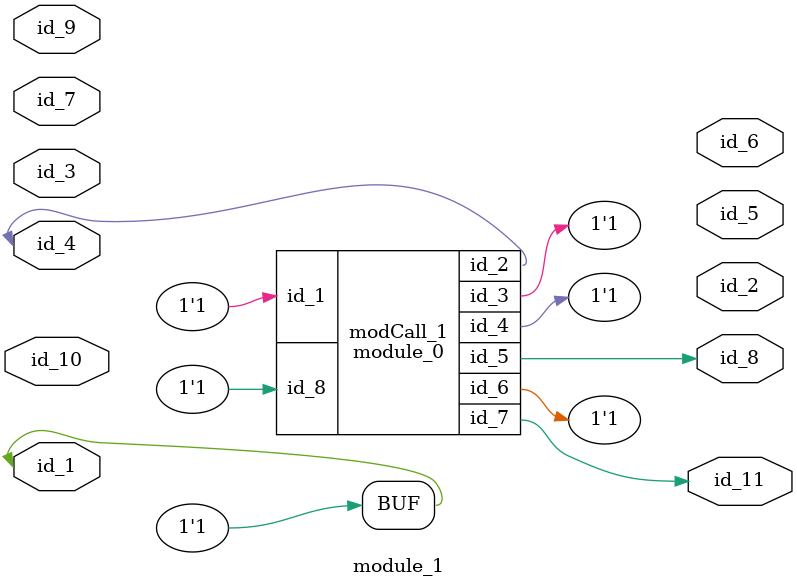
<source format=v>
module module_0 (
    id_1,
    id_2,
    id_3,
    id_4,
    id_5,
    id_6,
    id_7,
    id_8
);
  input wire id_8;
  output wire id_7;
  inout wire id_6;
  output wire id_5;
  inout wire id_4;
  inout wire id_3;
  inout wire id_2;
  input wire id_1;
  wire id_9 = id_9;
  assign id_7 = 1;
  always id_3 = 1'b0;
endmodule
module module_1 (
    id_1,
    id_2,
    id_3,
    id_4,
    id_5,
    id_6,
    id_7,
    id_8,
    id_9,
    id_10,
    id_11
);
  output wire id_11;
  inout wire id_10;
  input wire id_9;
  output wire id_8;
  input wire id_7;
  output wire id_6;
  output wire id_5;
  inout wire id_4;
  input wire id_3;
  output wire id_2;
  inout wire id_1;
  always begin : LABEL_0
    id_1 = 1;
  end
  module_0 modCall_1 (
      id_1,
      id_4,
      id_1,
      id_1,
      id_8,
      id_1,
      id_11,
      id_1
  );
  wire id_12;
  wire id_13, id_14;
  wire id_15;
endmodule

</source>
